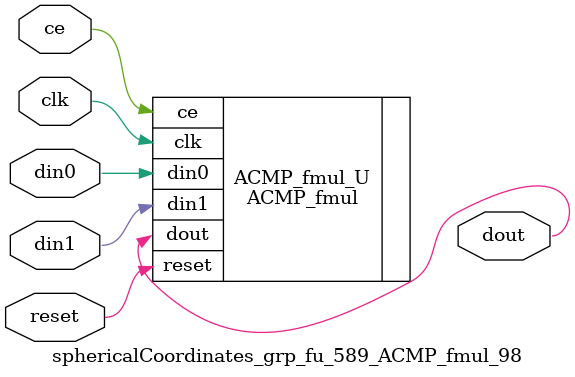
<source format=v>

`timescale 1 ns / 1 ps
module sphericalCoordinates_grp_fu_589_ACMP_fmul_98(
    clk,
    reset,
    ce,
    din0,
    din1,
    dout);

parameter ID = 32'd1;
parameter NUM_STAGE = 32'd1;
parameter din0_WIDTH = 32'd1;
parameter din1_WIDTH = 32'd1;
parameter dout_WIDTH = 32'd1;
input clk;
input reset;
input ce;
input[din0_WIDTH - 1:0] din0;
input[din1_WIDTH - 1:0] din1;
output[dout_WIDTH - 1:0] dout;



ACMP_fmul #(
.ID( ID ),
.NUM_STAGE( 4 ),
.din0_WIDTH( din0_WIDTH ),
.din1_WIDTH( din1_WIDTH ),
.dout_WIDTH( dout_WIDTH ))
ACMP_fmul_U(
    .clk( clk ),
    .reset( reset ),
    .ce( ce ),
    .din0( din0 ),
    .din1( din1 ),
    .dout( dout ));

endmodule

</source>
